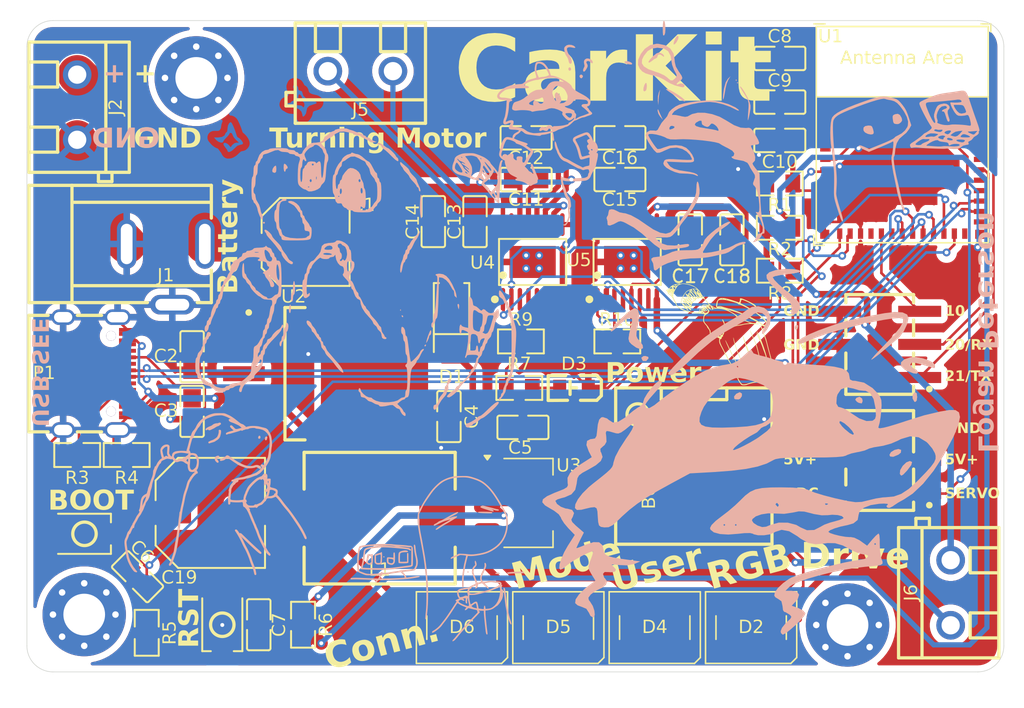
<source format=kicad_pcb>
(kicad_pcb (version 20241229) (generator "pcbnew") (generator_version "9.0")
  (layers (0 "F.Cu" signal) (2 "B.Cu" signal) (13 "F.Paste" user) (15 "B.Paste" user) (5 "F.SilkS" user "F.Silkscreen") (7 "B.SilkS" user "B.Silkscreen") (1 "F.Mask" user) (3 "B.Mask" user) (25 "Edge.Cuts" user))
  (net 0 "")
  (net 1 "GND")
  (net 2 "VCC_5V")
  (net 3 "LED_DATA")
  (net 4 "BUZZER_DATA")
  (net 5 "+BATT")
  (net 6 "Net-(U2-VIN)")
  (net 7 "ESP_3V3")
  (net 8 "GPIO 9")
  (net 9 "CHIP_PU")
  (net 10 "Net-(U4-CPH)")
  (net 11 "Net-(U4-CPL)")
  (net 12 "Net-(U4-VCP)")
  (net 13 "Net-(U5-CPH)")
  (net 14 "Net-(U5-CPL)")
  (net 15 "Net-(U5-VCP)")
  (net 16 "Net-(D1-K)")
  (net 17 "Net-(D3-A)")
  (net 18 "BLDC_PWM")
  (net 19 "SERVO_PWM")
  (net 20 "M1-")
  (net 21 "M1+")
  (net 22 "M2-")
  (net 23 "M2+")
  (net 24 "Net-(P1-VCONN)")
  (net 25 "D-")
  (net 26 "Net-(P1-CC)")
  (net 27 "D+")
  (net 28 "GPIO 8")
  (net 29 "Net-(U4-nSLEEP)")
  (net 30 "Net-(U5-nSLEEP)")
  (net 46 "M1_IN1")
  (net 48 "M1_IN2")
  (net 49 "M2_IN1")
  (net 52 "M2_IN2")
  (net 55 "GPIO 21")
  (net 56 "GPIO 10")
  (net 57 "GPIO 20")
  (net 58 "Net-(D2-DOUT)")
  (net 59 "Net-(D4-DOUT)")
  (net 60 "Net-(D5-DOUT)")
  (footprint "imported_components:C0805" (layer "F.Cu") (at 22.892894 56.892894 180)
    (property "Reference" "C6")
    (property "Value" "0.1uF")
  )
  (footprint "imported_components:IND-SMD_L11.6-W10.1" (layer "F.Cu") (at 41.48 52.4 180)
    (property "Reference" "L1")
    (property "Value" "CYA1040-33UH")
  )
  (footprint "imported_components:TO-263-5_L10.2-W8.9-P1.70-TL" (layer "F.Cu") (at 36.07 41.31)
    (property "Reference" "U2")
    (property "Value" "LM2596SX-5.0/NOPB" (hide yes))
  )
  (footprint "Package_TO_SOT_SMD:SOT-223-3_TabPin2" (layer "F.Cu") (at 52.88 51.23)
    (property "Reference" "U3")
    (property "Value" "AMS1117-3.3")
  )
  (footprint "imported_components:C0805" (layer "F.Cu") (at 46.8 44.6 -90)
    (property "Reference" "C4")
    (property "Value" "10uF")
  )
  (footprint "imported_components:SMA_L4.4-W2.8-LS5.4-R-RD" (layer "F.Cu") (at 47 37 90)
    (property "Reference" "D1")
    (property "Value" "SS54_C22452" (hide yes))
  )
  (footprint "imported_components:C0805" (layer "F.Cu") (at 27.08 40 90)
    (property "Reference" "C2")
    (property "Value" "10uF")
  )
  (footprint "LED_SMD:LED_SK6812_PLCC4_5.0x5.0mm_P3.2mm" (layer "F.Cu") (at 55.2 60.8 180)
    (property "Reference" "D5")
    (property "Value" "SK6812" (hide yes))
  )
  (footprint "imported_components:SW-SMD_L3.9-W3.0-P4.45" (layer "F.Cu") (at 29.4 60.58 90)
    (property "Reference" "SW2" (hide yes))
    (property "Value" "SW_Push" (hide yes))
  )
  (footprint "imported_components:C0805" (layer "F.Cu") (at 32.2 60.58 90)
    (property "Reference" "C7")
    (property "Value" "0.1uF")
  )
  (footprint "imported_components:BUZ-SMD_L12.0-W12.0_FUET-1230" (layer "F.Cu") (at 65.6 48.4 90)
    (property "Reference" "BUZZER1")
    (property "Value" "FST-1230")
  )
  (footprint "MountingHole:MountingHole_3.2mm_M3_Pad_Via" (layer "F.Cu") (at 77.4 60.6)
    (property "Reference" "H3" (hide yes))
    (property "Value" "MountingHole" (hide yes))
  )
  (footprint "imported_components:R0805" (layer "F.Cu") (at 18.26 47.55 180)
    (property "Reference" "R3")
    (property "Value" "5.1k")
  )
  (footprint "imported_components:C0805" (layer "F.Cu") (at 52.725 26.4 180)
    (property "Reference" "C11")
    (property "Value" "0.022uF")
  )
  (footprint "imported_components:C0805" (layer "F.Cu") (at 59.925 26.4 180)
    (property "Reference" "C15")
    (property "Value" "0.022uF")
  )
  (footprint "MountingHole:MountingHole_3.2mm_M3_Pad_Via" (layer "F.Cu") (at 18.8 59.8)
    (property "Reference" "H1" (hide yes))
    (property "Value" "MountingHole" (hide yes))
  )
  (footprint "imported_components:C0805" (layer "F.Cu") (at 72.2 20.455)
    (property "Reference" "C9")
    (property "Value" "0.1uF")
  )
  (footprint "imported_components:SW-SMD_L3.9-W3.0-P4.45" (layer "F.Cu") (at 18.82 53.6 180)
    (property "Reference" "SW1" (hide yes))
    (property "Value" "SW_Push" (hide yes))
  )
  (footprint "imported_components:C0805" (layer "F.Cu") (at 27.08 44.2 90)
    (property "Reference" "C3")
    (property "Value" "10uF")
  )
  (footprint "MountingHole:MountingHole_3.2mm_M3_Pad_Via" (layer "F.Cu") (at 27.4 18.6)
    (property "Reference" "H2" (hide yes))
    (property "Value" "MountingHole" (hide yes))
  )
  (footprint "imported_components:C0805" (layer "F.Cu") (at 59.925 23.2)
    (property "Reference" "C16")
    (property "Value" "0.1uF")
  )
  (footprint "imported_components:C0805" (layer "F.Cu") (at 72.2 17.105)
    (property "Reference" "C8")
    (property "Value" "10uF")
  )
  (footprint "imported_components:CAP-SMD_BD8.0-L8.3-W8.3-LS9.3-FD-1" (layer "F.Cu") (at 28.5 52)
    (property "Reference" "C19")
    (property "Value" "RVT1E331M0810" (hide yes))
  )
  (footprint "imported_components:R0805" (layer "F.Cu") (at 23.6 61.2 90)
    (property "Reference" "R5")
    (property "Value" "10k")
  )
  (footprint "LED_SMD:LED_SK6812_PLCC4_5.0x5.0mm_P3.2mm" (layer "F.Cu") (at 62.6 60.8 180)
    (property "Reference" "D4")
    (property "Value" "SK6812" (hide yes))
  )
  (footprint "imported_components:CONN-TH_P5.00_KF301-5.0-2P" (layer "F.Cu") (at 85.3175 58.1225 90)
    (property "Reference" "J6")
    (property "Value" "Conn_01x02_Pin")
  )
  (footprint "imported_components:HTSSOP-16_L5.0-W4.4-P0.65-LS6.4-BL-EP" (layer "F.Cu") (at 60.48 32.73)
    (property "Reference" "U5")
    (property "Value" "DRV8876PWPR" (hide yes))
  )
  (footprint "imported_components:C0805" (layer "F.Cu") (at 52.725 23.2 180)
    (property "Reference" "C12")
    (property "Value" "0.1uF")
  )
  (footprint "imported_components:C0805" (layer "F.Cu") (at 72.2 23.4 180)
    (property "Reference" "C10")
    (property "Value" "1uF")
  )
  (footprint "imported_components:R0805" (layer "F.Cu") (at 52.325 38.83)
    (property "Reference" "R9")
    (property "Value" "10k")
  )
  (footprint "imported_components:C0805" (layer "F.Cu") (at 52.48 45.43 180)
    (property "Reference" "C5")
    (property "Value" "10uF")
  )
  (footprint "imported_components:R0805" (layer "F.Cu") (at 22.06 47.55 180)
    (property "Reference" "R4")
    (property "Value" "5.1k")
  )
  (footprint "imported_components:C0805" (layer "F.Cu") (at 45.6 29.63 90)
    (property "Reference" "C14")
    (property "Value" "10uF")
  )
  (footprint "LED_SMD:LED_SK6812_PLCC4_5.0x5.0mm_P3.2mm" (layer "F.Cu") (at 70 60.8 180)
    (property "Reference" "D2")
    (property "Value" "SK6812" (hide yes))
  )
  (footprint "imported_components:C0805" (layer "F.Cu") (at 65.325 31.03 -90)
    (property "Reference" "C17")
    (property "Value" "0.1uF")
  )
  (footprint "imported_components:R0805" (layer "F.Cu") (at 35.6 60.58 -90)
    (property "Reference" "R6")
    (property "Value" "10k")
  )
  (footprint "imported_components:CONN-TH_P5.00_KF301-5.0-2P" (layer "F.Cu") (at 18.26 20.85 -90)
    (property "Reference" "J2")
    (property "Value" "Conn_01x02_Pin")
  )
  (footprint "imported_components:R0805" (layer "F.Cu") (at 72.2 30.105)
    (property "Reference" "R2")
    (property "Value" "10k")
  )
  (footprint "imported_components:HDR-SMD_6P-P2.54-V" (layer "F.Cu") (at 79.97 46.6 90)
    (property "Reference" "J3" (hide yes))
    (property "Value" "Conn_02x03_Odd_Even" (hide yes))
  )
  (footprint "imported_components:C0805" (layer "F.Cu") (at 68.525 31.03 -90)
    (property "Reference" "C18")
    (property "Value" "10uF")
  )
  (footprint "imported_components:R0805" (layer "F.Cu") (at 59.725 38.83)
    (property "Reference" "R10")
    (property "Value" "10k")
  )
  (footprint "imported_components:DC-IN-TH_DC-005-A200" (layer "F.Cu") (at 25.06 33.68)
    (property "Reference" "J1")
    (property "Value" "Barrel_Jack")
  )
  (footprint "imported_components:LED0805-RD" (layer "F.Cu") (at 56.4 42.4 180)
    (property "Reference" "D3")
    (property "Value" "LED" (hide yes))
  )
  (footprint "LOGO" (layer "F.Cu") (at 67.8 38.6 180)
    (property "Reference" "G***" (hide yes))
    (property "Value" "LOGO" (hide yes))
  )
  (footprint "imported_components:USB-C_SMD-TYPE-C-31-M-12" (layer "F.Cu") (at 19.6525 41.3 -90)
    (property "Reference" "P1")
    (property "Value" "USB_C_Plug")
  )
  (footprint "imported_components:C0805" (layer "F.Cu") (at 48.8 29.63 90)
    (property "Reference" "C13")
    (property "Value" "0.1uF")
  )
  (footprint "imported_components:R0805" (layer "F.Cu") (at 52.2 42.4)
    (property "Reference" "R7")
    (property "Value" "200")
  )
  (footprint "LED_SMD:LED_SK6812_PLCC4_5.0x5.0mm_P3.2mm" (layer "F.Cu") (at 47.8 60.8 180)
    (property "Reference" "D6")
    (property "Value" "SK6812" (hide yes))
  )
  (footprint "imported_components:HDR-SMD_6P-P2.54-V" (layer "F.Cu") (at 79.97 37.69 90)
    (property "Reference" "J4" (hide yes))
    (property "Value" "Conn_02x03_Odd_Even" (hide yes))
  )
  (footprint "imported_components:R0805" (layer "F.Cu") (at 72.2 33.4)
    (property "Reference" "R8")
    (property "Value" "10k")
  )
  (footprint "PCM_Espressif:ESP32-C3-MINI-1" (layer "F.Cu") (at 81.6 22.955)
    (property "Reference" "U1")
    (property "Value" "ESP32-C3-MINI-1" (hide yes))
  )
  (footprint "imported_components:R0805" (layer "F.Cu") (at 72.2 26.705)
    (property "Reference" "R1")
    (property "Value" "10k")
  )
  (footprint "imported_components:HTSSOP-16_L5.0-W4.4-P0.65-LS6.4-BL-EP" (layer "F.Cu") (at 53.225 32.73)
    (property "Reference" "U4")
    (property "Value" "DRV8876PWPR" (hide yes))
  )
  (footprint "imported_components:CAP-SMD_BD6.3-L6.6-W6.6-LS7.6-FD" (layer "F.Cu") (at 35.8 31.2)
    (property "Reference" "C1")
    (property "Value" "RVT1H470M0607" (hide yes))
  )
  (footprint "imported_components:CONN-TH_P5.00_KF301-5.0-2P" (layer "F.Cu") (at 40 18.0825 180)
    (property "Reference" "J5")
    (property "Value" "Conn_01x02_Pin")
  )
  (footprint "LOGO" (layer "B.Cu") (at 45.9 55 180)
    (property "Reference" "G***" (hide yes))
    (property "Value" "LOGO" (hide yes))
  )
  (footprint "LOGO" (layer "B.Cu") (at 79.158665 26.747306 -160)
    (property "Reference" "G***" (hide yes))
    (property "Value" "LOGO" (hide yes))
  )
  (footprint "LOGO" (layer "B.Cu") (at 52.725 23.2 -90)
    (property "Reference" "G***" (hide yes))
    (property "Value" "LOGO" (hide yes))
  )
  (footprint "LOGO" (layer "B.Cu") (at 39.16 31.94 180)
    (property "Reference" "G***" (hide yes))
    (property "Value" "LOGO" (hide yes))
  )
  (footprint "LOGO" (layer "B.Cu") (at 69.487441 46.947026 180)
    (property "Reference" "G***" (hide yes))
    (property "Value" "LOGO" (hide yes))
  )
  (footprint "LOGO" (layer "B.Cu") (at 65.2 23.8 180)
    (property "Reference" "G***" (hide yes))
    (property "Value" "LOGO" (hide yes))
  )
  (footprint "LOGO" (layer "B.Cu") (at 28.8 50.6 180)
    (property "Reference" "G***" (hide yes))
    (property "Value" "LOGO" (hide yes))
  )
  (gr_arc (start 89.4 62.2) (mid 88.814214 63.614214) (end 87.4 64.2) (stroke (width 0.05)) (layer "Edge.Cuts"))
  (gr_line (start 89.4 16.2) (end 89.4 62.2) (stroke (width 0.05)) (layer "Edge.Cuts"))
  (gr_line (start 14.4 62.2) (end 14.4 16.2) (stroke (width 0.05)) (layer "Edge.Cuts"))
  (gr_arc (start 14.4 16.2) (mid 14.985786 14.785786) (end 16.4 14.2) (stroke (width 0.05)) (layer "Edge.Cuts"))
  (gr_line (start 16.4 14.2) (end 87.4 14.2) (stroke (width 0.05)) (layer "Edge.Cuts"))
  (gr_arc (start 87.4 14.2) (mid 88.814214 14.785786) (end 89.4 16.2) (stroke (width 0.05)) (layer "Edge.Cuts"))
  (gr_arc (start 16.4 64.2) (mid 14.985786 63.614214) (end 14.4 62.2) (stroke (width 0.05)) (layer "Edge.Cuts"))
  (gr_line (start 87.4 64.2) (end 16.4 64.2) (stroke (width 0.05)) (layer "Edge.Cuts"))
  (gr_text "GND" (at 84.87 46 0) (layer "F.SilkS") (effects (font (size 0.8 0.8) (thickness 0.1875) (bold yes)) (justify left bottom)))
  (gr_text "Mode" (at 52 58.2 15) (layer "F.SilkS") (effects (font (size 2 2) (thickness 0.3) (bold yes)) (justify left bottom)))
  (gr_text "5V+" (at 84.87 48.4 0) (layer "F.SilkS") (effects (font (size 0.8 0.8) (thickness 0.1875) (bold yes)) (justify left bottom)))
  (gr_text "Turning Motor" (at 33 24.2 0) (layer "F.SilkS") (effects (font (size 1.5 1.5) (thickness 0.3) (bold yes)) (justify left bottom)))
  (gr_text "20/RX" (at 84.87 39.6 0) (layer "F.SilkS") (effects (font (size 0.8 0.8) (thickness 0.1875) (bold yes)) (justify left bottom)))
  (gr_text "RST" (at 27.8 62.38 90) (layer "F.SilkS") (effects (font (size 1.5 1.5) (thickness 0.3) (bold yes)) (justify left bottom)))
  (gr_text "GND" (at 72.47 42.2 0) (layer "F.SilkS") (effects (font (size 0.8 0.8) (thickness 0.1875) (bold yes)) (justify left bottom)))
  (gr_text "GND" (at 72.47 37 0) (layer "F.SilkS") (effects (font (size 0.8 0.8) (thickness 0.1875) (bold yes)) (justify left bottom)))
  (gr_text "SERVO" (at 84.87 51 0) (layer "F.SilkS") (effects (font (size 0.8 0.8) (thickness 0.1875) (bold yes)) (justify left bottom)))
  (gr_text "21/TX" (at 84.87 42 0) (layer "F.SilkS") (effects (font (size 0.8 0.8) (thickness 0.1875) (bold yes)) (justify left bottom)))
  (gr_text "User" (at 59.6 58.4 15) (layer "F.SilkS") (effects (font (size 2 2) (thickness 0.3) (bold yes)) (justify left bottom)))
  (gr_text "GND" (at 72.47 39.6 0) (layer "F.SilkS") (effects (font (size 0.8 0.8) (thickness 0.1875) (bold yes)) (justify left bottom)))
  (gr_text "Battery" (at 30.8 35.2 90) (layer "F.SilkS") (effects (font (size 1.5 1.5) (thickness 0.3) (bold yes)) (justify left bottom)))
  (gr_text "CarKit" (at 47.2 21.2 0) (layer "F.SilkS") (effects (font (size 5 5) (thickness 0.3) (bold yes)) (justify left bottom)))
  (gr_text "Conn." (at 37.6 64.4 15) (layer "F.SilkS") (effects (font (size 2 2) (thickness 0.3) (bold yes)) (justify left bottom)))
  (gr_text "BOOT" (at 16.02 52 0) (layer "F.SilkS") (effects (font (size 1.5 1.5) (thickness 0.3) (bold yes)) (justify left bottom)))
  (gr_text "GND" (at 72.47 46 0) (layer "F.SilkS") (effects (font (size 0.8 0.8) (thickness 0.1875) (bold yes)) (justify left bottom)))
  (gr_text "+" (at 22.6 19.2 0) (layer "F.SilkS") (effects (font (size 1.5 1.5) (thickness 0.3) (bold yes)) (justify left bottom)))
  (gr_text "GND" (at 22.6 24.2 0) (layer "F.SilkS") (effects (font (size 1.5 1.5) (thickness 0.3) (bold yes)) (justify left bottom)))
  (gr_text "RGB" (at 67 58.2 15) (layer "F.SilkS") (effects (font (size 2 2) (thickness 0.3) (bold yes)) (justify left bottom)))
  (gr_text "Power" (at 58.8 42.2 0) (layer "F.SilkS") (effects (font (size 1.5 1.5) (thickness 0.3) (bold yes)) (justify left bottom)))
  (gr_text "Drive" (at 73.8 56.6 0) (layer "F.SilkS") (effects (font (size 2 2) (thickness 0.3) (bold yes)) (justify left bottom)))
  (gr_text "5V+" (at 72.47 48.4 0) (layer "F.SilkS") (effects (font (size 0.8 0.8) (thickness 0.1875) (bold yes)) (justify left bottom)))
  (gr_text "10" (at 84.87 37 0) (layer "F.SilkS") (effects (font (size 0.8 0.8) (thickness 0.1875) (bold yes)) (justify left bottom)))
  (gr_text "BLDC" (at 71.87 51 0) (layer "F.SilkS") (effects (font (size 0.8 0.8) (thickness 0.1875) (bold yes)) (justify left bottom)))
  (gr_text "Logan Peterson" (at 87.2 47.4 270) (layer "B.SilkS") (effects (font (size 1.5 1.5) (thickness 0.3) (bold yes)) (justify left bottom mirror)))
  (gr_text "+" (at 22 19.2 -0) (layer "B.SilkS") (effects (font (size 1.5 1.5) (thickness 0.3) (bold yes)) (justify left bottom mirror)))
  (gr_text "USB-SEE" (at 14.6 45.4 270) (layer "B.SilkS") (effects (font (size 1.25 1.25) (thickness 0.3) (bold yes)) (justify left bottom mirror)))
  (gr_text "GND" (at 24.6 24.2 -0) (layer "B.SilkS") (effects (font (size 1.5 1.5) (thickness 0.3) (bold yes)) (justify left bottom mirror)))
  (segment (start 79.625 23.68) (end 83.575 23.68) (width 0.2) (layer "F.Cu") (net 1))
  (segment (start 16 48) (end 16.8 48.8) (width 0.2) (layer "F.Cu") (net 1))
  (segment (start 21.06 47.55) (end 21.06 45.9325) (width 0.2) (layer "F.Cu") (net 1))
  (segment (start 70.6 24) (end 71.2 23.4) (width 0.5) (layer "F.Cu") (net 1))
  (segment (start 21.3625 36.97) (end 21.3625 37.19) (width 0.2) (layer "F.Cu") (net 1))
  (segment (start 49.73 47.18) (end 51.48 45.43) (width 0.2) (layer "F.Cu") (net 1))
  (segment (start 36 39.8) (end 39.25 39.8) (width 0.5) (layer "F.Cu") (net 1))
  (segment (start 79.625 27.63) (end 83.575 27.63) (width 0.2) (layer "F.Cu") (net 1))
  (segment (start 62.76 29.86) (end 68.355 29.86) (width 0.4) (layer "F.Cu") (net 1))
  (segment (start 21.3625 45.63) (end 21.3625 45.41) (width 0.2) (layer "F.Cu") (net 1))
  (segment (start 22.06 31.35) (end 22.06 32.51) (width 0.2) (layer "F.Cu") (net 1))
  (segment (start 30.75 41) (end 31.06 41.31) (width 0.2) (layer "F.Cu") (net 1))
  (segment (start 59.006 42.4) (end 61.8 39.606) (width 0.2) (layer "F.Cu") (net 1))
  (segment (start 78.1 29.655) (end 75.7 29.655) (width 0.2) (layer "F.Cu") (net 1))
  (segment (start 75.65 22.405) (end 75.7 22.455) (width 0.2) (layer "F.Cu") (net 1))
  (segment (start 76.8 25.4) (end 78.201 23.999) (width 0.2) (layer "F.Cu") (net 1))
  (segment (start 78.4 30.555) (end 78.4 29.955) (width 0.2) (layer "F.Cu") (net 1))
  (segment (start 55.505 29.86) (end 58.85 29.86) (width 0.4) (layer "F.Cu") (net 1))
  (segment (start 21.3625 37.19) (end 22.1225 37.95) (width 0.2) (layer "F.Cu") (net 1))
  (segment (start 39.25 39.8) (end 41.08 41.63) (width 0.5) (layer "F.Cu") (net 1))
  (segment (start 22.1225 44.35) (end 22.85 44.35) (width 0.2) (layer "F.Cu") (net 1))
  (segment (start 16 46.8125) (end 16 48) (width 0.2) (layer "F.Cu") (net 1))
  (segment (start 16.8 48.8) (end 18.01 48.8) (width 0.2) (layer "F.Cu") (net 1))
  (segment (start 75.65 30.605) (end 75.65 29.705) (width 0.2) (layer "F.Cu") (net 1))
  (segment (start 18.26 23.35) (end 18.26 27.55) (width 3) (layer "F.Cu") (net 1))
  (segment (start 50.175 30.63) (end 45.6 30.63) (width 0.4) (layer "F.Cu") (net 1))
  (segment (start 49.73 48.93) (end 49.73 47.18) (width 0.2) (layer "F.Cu") (net 1))
  (segment (start 17.1825 45.63) (end 16 46.8125) (width 0.2) (layer "F.Cu") (net 1))
  (segment (start 75.65 20.705) (end 87.55 20.705) (width 0.2) (layer "F.Cu") (net 1))
  (segment (start 61.46 36.66) (end 61.46 35.6) (width 0.2) (layer "F.Cu") (net 1))
  (segment (start 18.01 48.8) (end 19.26 47.55) (width 0.2) (layer "F.Cu") (net 1))
  (segment (start 22.85 44.35) (end 24 43.2) (width 0.2) (layer "F.Cu") (net 1))
  (segment (start 46.2 47) (end 46.2 46.2) (width 0.2) (layer "F.Cu") (net 1))
  (segment (start 75.65 20.705) (end 75.65 22.405) (width 0.2) (layer "F.Cu") (net 1))
  (segment (start 83.575 25.655) (end 79.625 25.655) (width 0.2) (layer "F.Cu") (net 1))
  (segment (start 87.4 31.6) (end 87.4 30.755) (width 0.2) (layer "F.Cu") (net 1))
  (segment (start 21.3625 45.41) (end 22.1225 44.65) (width 0.2) (layer "F.Cu") (net 1))
  (segment (start 79.625 23.68) (end 79.625 27.63) (width 0.2) (layer "F.Cu") (net 1))
  (segment (start 57.5 42.4) (end 54.205 39.105) (width 0.2) (layer "F.Cu") (net 1))
  (segment (start 75.65 29.705) (end 75.7 29.655) (width 0.2) (layer "F.Cu") (net 1))
  (segment (start 70.6 24.505) (end 70.6 24) (width 0.5) (layer "F.Cu") (net 1))
  (segment (start 83.575 23.68) (end 83.575 27.63) (width 0.2) (layer "F.Cu") (net 1))
  (segment (start 46.2 46.2) (end 46.8 45.6) (width 0.2) (layer "F.Cu") (net 1))
  (segment (start 81.6 23.68) (end 81.6 27.63) (width 0.2) (layer "F.Cu") (net 1))
  (segment (start 51.595 29.86) (end 50.945 29.86) (width 0.4) (layer "F.Cu") (net 1))
  (segment (start 78.201 23.999) (end 78.249528 23.999) (width 0.2) (layer "F.Cu") (net 1))
  (segment (start 21.06 47.55) (end 19.26 47.55) (width 0.2) (layer "F.Cu") (net 1))
  (segment (start 21.06 45.9325) (end 21.3625 45.63) (width 0.2) (layer "F.Cu") (net 1))
  (segment (start 18.26 27.55) (end 22.06 31.35) (width 3) (layer "F.Cu") (net 1))
  (segment (start 54.205 39.105) (end 54.205 35.6) (width 0.2) (layer "F.Cu") (net 1))
  (segment (start 57.5 42.4) (end 59.006 42.4) (width 0.2) (layer "F.Cu") (net 1))
  (segment (start 61.8 37) (end 61.46 36.66) (width 0.2) (layer "F.Cu") (net 1))
  (segment (start 87.4 30.755) (end 87.55 30.605) (width 0.2) (layer "F.Cu") (net 1))
  (segment (start 68.355 29.86) (end 68.525 30.03) (width 0.4) (layer "F.Cu") (net 1))
  (segment (start 40.76 41.31) (end 41.08 41.63) (width 0.2) (layer "F.Cu") (net 1))
  (segment (start 24 43.2) (end 27.08 43.2) (width 0.2) (layer "F.Cu") (net 1))
  (segment (start 21.3625 32.0475) (end 22.06 31.35) (width 0.2) (layer "F.Cu") (net 1))
  (segment (start 17.1825 36.97) (end 21.3625 36.97) (width 0.2) (layer "F.Cu") (net 1))
  (segment (start 50.945 29.86) (end 50.175 30.63) (width 0.4) (layer "F.Cu") (net 1))
  (segment (start 78.4 29.955) (end 78.1 29.655) (width 0.2) (layer "F.Cu") (net 1))
  (segment (start 61.8 39.606) (end 61.8 37) (width 0.2) (layer "F.Cu") (net 1))
  (via (at 70.6 24.505) (size 0.6) (drill 0.3) (layers "F.Cu" "B.Cu") (net 1))
  (via (at 29.4 60.6) (size 0.6) (drill 0.3) (layers "F.Cu" "B.Cu") (net 1))
  (via (at 69 25.6) (size 0.6) (drill 0.3) (layers "F.Cu" "B.Cu") (net 1))
  (via (at 87.4 31.6) (size 0.6) (drill 0.3) (layers "F.Cu" "B.Cu") (net 1))
  (via (at 36 39.8) (size 0.6) (drill 0.3) (layers "F.Cu" "B.Cu") (net 1))
  (via (at 76.8 25.4) (size 0.6) (drill 0.3) (layers "F.Cu" "B.Cu") (net 1))
  (via (at 78.249528 23.999) (size 0.6) (drill 0.3) (layers "F.Cu" "B.Cu") (net 1))
  (via (at 46.2 47) (size 0.6) (drill 0.3) (layers "F.Cu" "B.Cu") (net 1))
  (via (at 71 44.8) (size 0.6) (drill 0.3) (layers "F.Cu" "B.Cu") (net 1))
  (segment (start 85.449943 25.4) (end 76.8 25.4) (width 0.2) (layer "B.Cu") (net 1))
  (segment (start 87.4 27.350057) (end 85.449943 25.4) (width 0.2) (layer "B.Cu") (net 1))
  (segment (start 87.4 31.6) (end 87.4 27.350057) (width 0.2) (layer "B.Cu") (net 1))
  (segment (start 26.940232 48.101) (end 26.899 48.101) (width 0.5) (layer "F.Cu") (net 2))
  (segment (start 47.6 43.6) (end 46.8 43.6) (width 0.5) (layer "F.Cu") (net 2))
  (segment (start 73.651 58.778232) (end 78.901 53.528232) (width 0.5) (layer "F.Cu") (net 2))
  (segment (start 28.99 43.01) (end 28.8 43.2) (width 0.5) (layer "F.Cu") (net 2))
  (segment (start 66.35 58) (end 67.55 59.2) (width 0.5) (layer "F.Cu") (net 2))
  (segment (start 36.68 46.53) (end 36.68 52.4) (width 0.5) (layer "F.Cu") (net 2))
  (segment (start 78.63 47.97) (end 76.8 47.97) (width 0.5) (layer "F.Cu") (net 2))
  (segment (start 29.009 45.991) (end 28.607 46.393) (width 0.5) (layer "F.Cu") (net 2))
  (segment (start 61.35 58) (end 66.35 58) (width 0.5) (layer "F.Cu") (net 2))
  (segment (start 23.22539 39.188122) (end 22.787268 38.75) (width 0.2) (layer "F.Cu") (net 2))
  (segment (start 23.706485 42.868015) (end 23.706485 42.676694) (width 0.2) (layer "F.Cu") (net 2))
  (segment (start 28.607 46.393) (end 28.607 46.434232) (width 0.5) (layer "F.Cu") (net 2))
  (segment (start 22.1225 43.55) (end 23.0245 43.55) (width 0.2) (layer "F.Cu") (net 2))
  (segment (start 47.926 43.926) (end 47.6 43.6) (width 0.5) (layer "F.Cu") (net 2))
  (segment (start 78.901 48.241) (end 78.63 47.97) (width 0.5) (layer "F.Cu") (net 2))
  (segment (start 44.733 49.949) (end 47.926 46.756) (width 0.5) (layer "F.Cu") (net 2))
  (segment (start 22.787268 38.75) (end 22.1225 38.75) (width 0.2) (layer "F.Cu") (net 2))
  (segment (start 68.501 60.151) (end 73.651 60.151) (width 0.5) (layer "F.Cu") (net 2))
  (segment (start 29.009 43.684) (end 29.009 45.991) (width 0.5) (layer "F.Cu") (net 2))
  (segment (start 36.68 52.4) (end 39.131 49.949) (width 0.5) (layer "F.Cu") (net 2))
  (segment (start 26.68 44.8) (end 27.08 45.2) (width 0.5) (layer "F.Cu") (net 2))
  (segment (start 26.899 48.101) (end 25 50) (width 0.5) (layer "F.Cu") (net 2))
  (segment (start 58.95 58) (end 60.15 59.2) (width 0.5) (layer "F.Cu") (net 2))
  (segment (start 49.73 53.53) (end 49.73 56.18) (width 0.5) (layer "F.Cu") (net 2))
  (segment (start 31.06 43.01) (end 28.99 43.01) (width 0.5) (layer "F.Cu") (net 2))
  (segment (start 36.68 52.4) (end 43.48 59.2) (width 0.5) (layer "F.Cu") (net 2))
  (segment (start 47.926 46.756) (end 47.926 43.926) (width 0.5) (layer "F.Cu") (net 2))
  (segment (start 67.55 59.2) (end 68.501 60.151) (width 0.5) (layer "F.Cu") (net 2))
  (segment (start 60.15 59.2) (end 61.35 58) (width 0.5) (layer "F.Cu") (net 2))
  (segment (start 43.48 59.2) (end 45.35 59.2) (width 0.5) (layer "F.Cu") (net 2))
  (segment (start 49.4 53.2) (end 49.2 53.2) (width 0.2) (layer "F.Cu") (net 2))
  (segment (start 45.35 59.2) (end 46.301 58.249) (width 0.5) (layer "F.Cu") (net 2))
  (segment (start 39.131 49.949) (end 44.733 49.949) (width 0.5) (layer "F.Cu") (net 2))
  (segment (start 53.95 58) (end 58.95 58) (width 0.5) (layer "F.Cu") (net 2))
  (segment (start 25 50) (end 25 52) (width 0.5) (layer "F.Cu") (net 2))
  (segment (start 49.73 56.18) (end 52.75 59.2) (width 0.5) (layer "F.Cu") (net 2))
  (segment (start 25.4 44.8) (end 26.68 44.8) (width 0.5) (layer "F.Cu") (net 2))
  (segment (start 52.75 59.2) (end 53.95 58) (width 0.5) (layer "F.Cu") (net 2))
  (segment (start 51.799 58.249) (end 52.75 59.2) (width 0.5) (layer "F.Cu") (net 2))
  (segment (start 46.301 58.249) (end 51.799 58.249) (width 0.5) (layer "F.Cu") (net 2))
  (segment (start 31.06 43.01) (end 33.16 43.01) (width 0.5) (layer "F.Cu") (net 2))
  (segment (start 29.683 43.01) (end 29.009 43.684) (width 0.5) (layer "F.Cu") (net 2))
  (segment (start 33.16 43.01) (end 36.68 46.53) (width 0.5) (layer "F.Cu") (net 2))
  (segment (start 73.651 60.151) (end 73.651 58.778232) (width 0.5) (layer "F.Cu") (net 2))
  (segment (start 23.0245 43.55) (end 23.706485 42.868015) (width 0.2) (layer "F.Cu") (net 2))
  (segment (start 76.8 47.97) (end 82.94 47.97) (width 0.5) (layer "F.Cu") (net 2))
  (segment (start 31.06 43.01) (end 29.683 43.01) (width 0.5) (layer "F.Cu") (net 2))
  (segment (start 28.607 46.434232) (end 26.940232 48.101) (width 0.5) (layer "F.Cu") (net 2))
  (segment (start 78.901 53.528232) (end 78.901 48.241) (width 0.5) (layer "F.Cu") (net 2))
  (via (at 28.8 43.2) (size 0.6) (drill 0.3) (layers "F.Cu" "B.Cu") (net 2))
  (via (at 23.22539 39.188122) (size 0.6) (drill 0.3) (layers "F.Cu" "B.Cu") (net 2))
  (via (at 23.706485 42.676694) (size 0.6) (drill 0.3) (layers "F.Cu" "B.Cu") (net 2))
  (via (at 25.4 44.8) (size 0.6) (drill 0.3) (layers "F.Cu" "B.Cu") (net 2))
  (segment (start 22.999 41.973943) (end 22.999 39.414512) (width 0.2) (layer "B.Cu") (net 2))
  (segment (start 24.229791 43.2) (end 23.706485 42.676694) (width 0.5) (layer "B.Cu") (net 2))
  (segment (start 28.8 43.2) (end 25.6 43.2) (width 0.5) (layer "B.Cu") (net 2))
  (segment (start 25.6 43.2) (end 25.6 44.6) (width 0.5) (layer "B.Cu") (net 2))
  (segment (start 23.701751 42.676694) (end 22.999 41.973943) (width 0.2) (layer "B.Cu") (net 2))
  (segment (start 25.6 43.2) (end 24.229791 43.2) (width 0.5) (layer "B.Cu") (net 2))
  (segment (start 25.6 44.6) (end 25.4 44.8) (width 0.5) (layer "B.Cu") (net 2))
  (segment (start 23.706485 42.676694) (end 23.701751 42.676694) (width 0.2) (layer "B.Cu") (net 2))
  (segment (start 22.999 39.414512) (end 23.22539 39.188122) (width 0.2) (layer "B.Cu") (net 2))
  (segment (start 74.001 57.649) (end 74.001 55.551057) (width 0.2) (layer "F.Cu") (net 3))
  (segment (start 72.45 59.2) (end 74.001 57.649) (width 0.2) (layer "F.Cu") (net 3))
  (segment (start 74.001 55.551057) (end 73.2 54.750057) (width 0.2) (layer "F.Cu") (net 3))
  (segment (start 73.201 40.723942) (end 73.201 40.226056) (width 0.2) (layer "F.Cu") (net 3))
  (segment (start 73.2 40.724942) (end 73.201 40.723942) (width 0.2) (layer "F.Cu") (net 3))
  (segment (start 76.8 31.6) (end 76.8 30.555) (width 0.2) (layer "F.Cu") (net 3))
  (segment (start 73.201 40.226056) (end 73.2 40.225056) (width 0.2) (layer "F.Cu") (net 3))
  (segment (start 73.2 54.750057) (end 73.2 40.724942) (width 0.2) (layer "F.Cu") (net 3))
  (segment (start 73.2 35.2) (end 76.8 31.6) (width 0.2) (layer "F.Cu") (net 3))
  (segment (start 73.2 40.225056) (end 73.2 35.2) (width 0.2) (layer "F.Cu") (net 3))
  (segment (start 77.4 30.755) (end 77.6 30.555) (width 0.2) (layer "F.Cu") (net 4))
  (segment (start 76.988925 32.259604) (end 77.4 31.848529) (width 0.2) (layer "F.Cu") (net 4))
  (segment (start 72.2 36.4) (end 72.2 32.6) (width 0.2) (layer "F.Cu") (net 4))
  (segment (start 72.2 32.6) (end 73.704 31.096) (width 0.2) (layer "F.Cu") (net 4))
  (segment (start 74.498008 31.096) (end 74.6 30.99401) (width 0.2) (layer "F.Cu") (net 4))
  (segment (start 73.704 31.096) (end 74.498008 31.096) (width 0.2) (layer "F.Cu") (net 4))
  (segment (start 77.4 31.848529) (end 77.4 30.755) (width 0.2) (layer "F.Cu") (net 4))
  (segment (start 60.2 48.4) (end 72.2 36.4) (width 0.2) (layer "F.Cu") (net 4))
  (via (at 74.6 30.99401) (size 0.6) (drill 0.3) (layers "F.Cu" "B.Cu") (net 4))
  (via (at 76.988925 32.259604) (size 0.6) (drill 0.3) (layers "F.Cu" "B.Cu") (net 4))
  (segment (start 76.751134 32.259604) (end 76.745765 32.254235) (width 0.2) (layer "B.Cu") (net 4))
  (segment (start 76.988925 32.259604) (end 76.751134 32.259604) (width 0.2) (layer "B.Cu") (net 4))
  (segment (start 74.452235 31.141775) (end 74.6 30.99401) (width 0.2) (layer "B.Cu") (net 4))
  (segment (start 76.745765 32.254235) (end 74.804292 32.254235) (width 0.2) (layer "B.Cu") (net 4))
  (segment (start 74.452235 31.902178) (end 74.452235 31.141775) (width 0.2) (layer "B.Cu") (net 4))
  (segment (start 74.804292 32.254235) (end 74.452235 31.902178) (width 0.2) (layer "B.Cu") (net 4))
  (segment (start 55.801 25.276) (end 53.725 23.2) (width 0.4) (layer "F.Cu") (net 5))
  (segment (start 33.13 31.2) (end 28.21 31.2) (width 3) (layer "F.Cu") (net 5))
  (segment (start 62.031 22.124) (end 60.001 22.124) (width 0.4) (layer "F.Cu") (net 5))
  (segment (start 49.2 27.824) (end 48.8 28.224) (width 0.4) (layer "F.Cu") (net 5))
  (segment (start 61.46 29.86) (end 61.46 28.784942) (width 0.4) (layer "F.Cu") (net 5))
  (segment (start 68.194574 27.517574) (end 69.601 28.924) (width 0.4) (layer "F.Cu") (net 5))
  (segment (start 62.632 22.725) (end 62.031 22.124) (width 0.4) (layer "F.Cu") (net 5))
  (segment (start 54.205 28.744942) (end 55.801 27.148942) (width 0.4) (layer "F.Cu") (net 5))
  (segment (start 55.801 27.148942) (end 55.801 26.8) (width 0.4) (layer "F.Cu") (net 5))
  (segment (start 33.13 31.2) (end 36.106 28.224) (width 3) (layer "F.Cu") (net 5))
  (segment (start 61.46 28.783528) (end 62.725954 27.517574) (width 0.4) (layer "F.Cu") (net 5))
  (segment (start 54.205 29.86) (end 54.205 28.744942) (width 0.4) (layer "F.Cu") (net 5))
  (segment (start 28.06 28.15) (end 28.06 31.35) (width 3) (layer "F.Cu") (net 5))
  (segment (start 69.601 28.924) (end 69.601 30.954) (width 0.4) (layer "F.Cu") (net 5))
  (segment (start 28.21 31.2) (end 28.06 31.35) (width 3) (layer "F.Cu") (net 5))
  (segment (start 62.632 27.612942) (end 62.632 22.725) (width 0.4) (layer "F.Cu") (net 5))
  (segment (start 55.801 26.8) (end 55.801 26.799) (width 0.4) (layer "F.Cu") (net 5))
  (segment (start 58.925 23.2) (end 53.725 23.2) (width 0.4) (layer "F.Cu") (net 5))
  (segment (start 36.106 28.224) (end 48.8 28.224) (width 3) (layer "F.Cu") (net 5))
  (segment (start 18.26 18.35) (end 28.06 28.15) (width 3) (layer "F.Cu") (net 5))
  (segment (start 68.525 32.03) (end 65.325 32.03) (width 0.4) (layer "F.Cu") (net 5))
  (segment (start 55.801 26.8) (end 55.801 25.276) (width 0.4) (layer "F.Cu") (net 5))
  (segment (start 55.801 26.799) (end 56.2 26.4) (width 0.4) (layer "F.Cu") (net 5))
  (segment (start 60.001 22.124) (end 58.925 23.2) (width 0.4) (layer "F.Cu") (net 5))
  (segment (start 49.2 26.6) (end 49.2 27.824) (width 0.4) (layer "F.Cu") (net 5))
  (segment (start 61.46 29.86) (end 61.46 28.783528) (width 0.4) (layer "F.Cu") (net 5))
  (segment (start 61.46 28.784942) (end 62.632 27.612942) (width 0.4) (layer "F.Cu") (net 5))
  (segment (start 69.601 30.954) (end 68.525 32.03) (width 0.4) (layer "F.Cu") (net 5))
  (segment (start 62.725954 27.517574) (end 68.194574 27.517574) (width 0.4) (layer "F.Cu") (net 5))
  (via (at 49.2 26.6) (size 0.6) (drill 0.3) (layers "F.Cu" "B.Cu") (net 5))
  (via (at 56.2 26.4) (size 0.6) (drill 0.3) (layers "F.Cu" "B.Cu") (net 5))
  (segment (start 56.2 26.4) (end 56 26.6) (width 0.4) (layer "B.Cu") (net 5))
  (segment (start 56 26.6) (end 49.2 26.6) (width 0.4) (layer "B.Cu") (net 5))
  (segment (start 28.17 37.91) (end 31.06 37.91) (width 0.2) (layer "F.Cu") (net 6))
  (segment (start 27.08 39) (end 28.17 37.91) (width 0.2) (layer "F.Cu") (net 6))
  (segment (start 36.78 58.4) (end 35.6 59.58) (width 0.5) (layer "F.Cu") (net 7))
  (segment (start 73.2 20.737) (end 72.032 21.905) (width 0.5) (layer "F.Cu") (net 7))
  (segment (start 68.8 33.6) (end 69 33.4) (width 0.2) (layer "F.Cu") (net 7))
  (segment (start 53.48 45.43) (end 56.5431 45.43) (width 0.2) (layer "F.Cu") (net 7))
  (segment (start 71.2 30.105) (end 71.2 33.4) (width 0.5) (layer "F.Cu") (net 7))
  (segment (start 71.2 27.505) (end 71.2 30.105) (width 0.5) (layer "F.Cu") (net 7))
  (segment (start 60.81 34.525) (end 60.81 35.6) (width 0.2) (layer "F.Cu") (net 7))
  (segment (start 49.73 51.23) (end 56.03 51.23) (width 0.5) (layer "F.Cu") (net 7))
  (segment (start 56.03 51.23) (end 56.03 51.03) (width 0.5) (layer "F.Cu") (net 7))
  (segment (start 74.405 22.86) (end 74.8 23.255) (width 0.5) (layer "F.Cu") (net 7))
  (segment (start 74.405 21.66) (end 74.405 22.86) (width 0.5) (layer "F.Cu") (net 7))
  (segment (start 69 33.4) (end 71.2 33.4) (width 0.2) (layer "F.Cu") (net 7))
  (segment (start 49.73 51.23) (end 50.03 51.23) (width 0.5) (layer "F.Cu") (net 7))
  (segment (start 53.48 44.68) (end 51.2 42.4) (width 0.2) (layer "F.Cu") (net 7))
  (segment (start 60.911 34.424) (end 60.81 34.525) (width 0.2) (layer "F.Cu") (net 7))
  (segment (start 53.555 35.6) (end 53.555 38.6) (width 0.2) (layer "F.Cu") (net 7))
  (segment (start 74.8 23.255) (end 75.7 23.255) (width 0.5) (layer "F.Cu") (net 7))
  (segment (start 33.504 57.484) (end 35.6 59.58) (width 0.2) (layer "F.Cu") (net 7))
  (segment (start 68.3731 33.6) (end 68.8 33.6) (width 0.2) (layer "F.Cu") (net 7))
  (segment (start 62.576 34.424) (end 60.911 34.424) (width 0.2) (layer "F.Cu") (net 7))
  (segment (start 23.6 62.2) (end 28.316 57.484) (width 0.2) (layer "F.Cu") (net 7))
  (segment (start 53.48 48.48) (end 53.48 45.43) (width 0.5) (layer "F.Cu") (net 7))
  (segment (start 69.8 25.305) (end 71.2 26.705) (width 0.5) (layer "F.Cu") (net 7))
  (segment (start 73.2 20.455) (end 73.2 17.105) (width 0.5) (layer "F.Cu") (net 7))
  (segment (start 73.2 20.455) (end 73.2 20.737) (width 0.5) (layer "F.Cu") (net 7))
  (segment (start 60.81 35.6) (end 60.81 38.745) (width 0.2) (layer "F.Cu") (net 7))
  (segment (start 56.03 51.03) (end 53.48 48.48) (width 0.5) (layer "F.Cu") (net 7))
  (segment (start 63.4 33.6) (end 62.576 34.424) (width 0.2) (layer "F.Cu") (net 7))
  (segment (start 51.2 42.4) (end 51.2 40.955) (width 0.2) (layer "F.Cu") (net 7))
  (segment (start 53.48 45.43) (end 53.48 44.68) (width 0.2) (layer "F.Cu") (net 7))
  (segment (start 50.03 51.23) (end 51 52.2) (width 0.5) (layer "F.Cu") (net 7))
  (segment (start 72.032 21.905) (end 70.6 21.905) (width 0.5) (layer "F.Cu") (net 7))
  (segment (start 53.555 38.6) (end 53.325 38.83) (width 0.2) (layer "F.Cu") (net 7))
  (segment (start 56.5431 45.43) (end 68.3731 33.6) (width 0.2) (layer "F.Cu") (net 7))
  (segment (start 51.2 40.955) (end 53.325 38.83) (width 0.2) (layer "F.Cu") (net 7))
  (segment (start 70.6 21.905) (end 69.8 22.705) (width 0.5) (layer "F.Cu") (net 7))
  (segment (start 73.2 20.455) (end 74.405 21.66) (width 0.5) (layer "F.Cu") (net 7))
  (segment (start 69.8 22.705) (end 69.8 25.305) (width 0.5) (layer "F.Cu") (net 7))
  (segment (start 60.81 38.745) (end 60.725 38.83) (width 0.2) (layer "F.Cu") (net 7))
  (segment (start 28.316 57.484) (end 33.504 57.484) (width 0.2) (layer "F.Cu") (net 7))
  (segment (start 71.2 26.705) (end 71.2 27.505) (width 0.5) (layer "F.Cu") (net 7))
  (segment (start 68.3731 33.6) (end 63.4 33.6) (width 0.2) (layer "F.Cu") (net 7))
  (via (at 36.78 58.4) (size 0.6) (drill 0.3) (layers "F.Cu" "B.Cu") (net 7))
  (via (at 51 52.2) (size 0.6) (drill 0.3) (layers "F.Cu" "B.Cu") (net 7))
  (segment (start 36.78 58.4) (end 36.8 58.4) (width 0.5) (layer "B.Cu") (net 7))
  (segment (start 36.8 58.4) (end 43 52.2) (width 0.5) (layer "B.Cu") (net 7))
  (segment (start 43 52.2) (end 51 52.2) (width 0.5) (layer "B.Cu") (net 7))
  (segment (start 23.6 57.6) (end 23.6 56.2) (width 0.2) (layer "F.Cu") (net 8))
  (segment (start 23.6 57.6) (end 23.6 60.2) (width 0.2) (layer "F.Cu") (net 8))
  (segment (start 23.6 56.2) (end 23.8 56) (width 0.2) (layer "F.Cu") (net 8))
  (segment (start 85.6 31.4) (end 85.6 30.555) (width 0.2) (layer "F.Cu") (net 8))
  (segment (start 23.6 56.2) (end 21 53.6) (width 0.2) (layer "F.Cu") (net 8))
  (segment (start 85 32) (end 85.6 31.4) (width 0.2) (layer "F.Cu") (net 8))
  (via (at 23.8 56) (size 0.6) (drill 0.3) (layers "F.Cu" "B.Cu") (net 8))
  (via (at 85 32) (size 0.6) (drill 0.3) (layers "F.Cu" "B.Cu") (net 8))
  (segment (start 37.873999 41.926001) (end 73.514298 41.926001) (width 0.2) (layer "B.Cu") (net 8))
  (segment (start 23.8 56) (end 37.873999 41.926001) (width 0.2) (layer "B.Cu") (net 8))
  (segment (start 73.514298 41.926001) (end 83.440299 32) (width 0.2) (layer "B.Cu") (net 8))
  (segment (start 83.440299 32) (end 85 32) (width 0.2) (layer "B.Cu") (net 8))
  (segment (start 75.7 27.255) (end 73.75 27.255) (width 0.2) (layer "F.Cu") (net 9))
  (segment (start 73.2 29.8) (end 72.2 28.8) (width 0.4) (layer "F.Cu") (net 9))
  (segment (start 35.6 61.58) (end 36.58 61.58) (width 1) (layer "F.Cu") (net 9))
  (segment (start 36.58 61.58) (end 37 62) (width 1) (layer "F.Cu") (net 9))
  (segment (start 73.75 27.255) (end 73.2 26.705) (width 0.2) (layer "F.Cu") (net 9))
  (segment (start 30.58 61.58) (end 29.4 62.76) (width 1) (layer "F.Cu") (net 9))
  (segment (start 35.6 61.58) (end 30.58 61.58) (width 1) (layer "F.Cu") (net 9))
  (segment (start 73.2 30.105) (end 73.2 23.4) (width 0.4) (layer "F.Cu") (net 9))
  (segment (start 73.2 30.105) (end 73.2 29.8) (width 0.4) (layer "F.Cu") (net 9))
  (via (at 72.2 28.8) (size 0.6) (drill 0.3) (layers "F.Cu" "B.Cu") (net 9))
  (via (at 37 62) (size 0.6) (drill 0.3) (layers "F.Cu" "B.Cu") (net 9))
  (segment (start 42.001 56.999) (end 37 62) (width 0.4) (layer "B.Cu") (net 9))
  (segment (start 78.6 56.999) (end 42.001 56.999) (width 0.4) (layer "B.Cu") (net 9))
  (segment (start 88.101 26.501) (end 88.101 60.798) (width 0.4) (layer "B.Cu") (net 9))
  (segment (start 78.6 56.999) (end 78.891584 56.999) (width 0.4) (layer "B.Cu") (net 9))
  (segment (start 78.891584 56.999) (end 84.016084 62.1235) (width 0.4) (layer "B.Cu") (net 9))
  (segment (start 78.9 56.999) (end 78.6 56.999) (width 0.4) (layer "B.Cu") (net 9))
  (segment (start 84.016084 62.1235) (end 86.7755 62.1235) (width 0.4) (layer "B.Cu") (net 9))
  (segment (start 72.2 27.208636) (end 74.709636 24.699) (width 0.4) (layer "B.Cu") (net 9))
  (segment (start 86.299 24.699) (end 88.101 26.501) (width 0.4) (layer "B.Cu") (net 9))
  (segment (start 86.7755 62.1235) (end 88.101 60.798) (width 0.4) (layer "B.Cu") (net 9))
  (segment (start 72.2 28.8) (end 72.2 27.208636) (width 0.4) (layer "B.Cu") (net 9))
  (segment (start 74.709636 24.699) (end 86.299 24.699) (width 0.4) (layer "B.Cu") (net 9))
  (segment (start 52.905 27.22) (end 52.905 29.86) (width 0.4) (layer "F.Cu") (net 10))
  (segment (start 53.725 26.4) (end 52.905 27.22) (width 0.4) (layer "F.Cu") (net 10))
  (segment (start 51.725 26.4) (end 52.245 26.92) (width 0.4) (layer "F.Cu") (net 11))
  (segment (start 52.245 26.92) (end 52.245 29.86) (width 0.4) (layer "F.Cu") (net 11))
  (segment (start 55.2 25.6) (end 55.2 26.9) (width 0.4) (layer "F.Cu") (net 12))
  (segment (start 53.555 28.545) (end 53.555 29.86) (width 0.4) (layer "F.Cu") (net 12))
  (segment (start 55.2 26.9) (end 53.555 28.545) (width 0.4) (layer "F.Cu") (net 12))
  (segment (start 53.725 25.2) (end 54.8 25.2) (width 0.4) (layer "F.Cu") (net 12))
  (segment (start 54.8 25.2) (end 55.2 25.6) (width 0.4) (layer "F.Cu") (net 12))
  (segment (start 51.725 23.2) (end 53.725 25.2) (width 0.4) (layer "F.Cu") (net 12))
  (segment (start 60.16 27.165) (end 60.16 29.86) (width 0.4) (layer "F.Cu") (net 13))
  (segment (start 60.925 26.4) (end 60.16 27.165) (width 0.4) (layer "F.Cu") (net 13))
  (segment (start 58.925 26.4) (end 59.5 26.975) (width 0.4) (layer "F.Cu") (net 14))
  (segment (start 59.5 26.975) (end 59.5 29.86) (width 0.4) (layer "F.Cu") (net 14))
  (segment (start 60.81 28.585) (end 60.81 29.86) (width 0.4) (layer "F.Cu") (net 15))
  (segment (start 60.925 23.2) (end 62.031 24.306) (width 0.4) (layer "F.Cu") (net 15))
  (segment (start 62.031 24.306) (end 62.031 27.364) (width 0.4) (layer "F.Cu") (net 15))
  (segment (start 62.031 27.364) (end 60.81 28.585) (width 0.4) (layer "F.Cu") (net 15))
  (segment (start 48.627 41.127) (end 47 39.5) (width 0.5) (layer "F.Cu") (net 16))
  (segment (start 38.588876 35.339) (end 34.317876 39.61) (width 0.5) (layer "F.Cu") (net 16))
  (segment (start 47 39.5) (end 47 36.977876) (width 0.5) (layer "F.Cu") (net 16))
  (segment (start 45.361124 35.339) (end 38.588876 35.339) (width 0.5) (layer "F.Cu") (net 16))
  (segment (start 48.627 47.046364) (end 48.627 41.127) (width 0.5) (layer "F.Cu") (net 16))
  (segment (start 46.28 52.4) (end 46.28 49.393364) (width 0.5) (layer "F.Cu") (net 16))
  (segment (start 46.28 49.393364) (end 48.627 47.046364) (width 0.5) (layer "F.Cu") (net 16))
  (segment (start 34.317876 39.61) (end 31.06 39.61) (width 0.5) (layer "F.Cu") (net 16))
  (segment (start 47 36.977876) (end 45.361124 35.339) (width 0.5) (layer "F.Cu") (net 16))
  (segment (start 53.2 42.4) (end 55.3 42.4) (width 0.2) (layer "F.Cu") (net 17))
  (segment (start 75 33.9671) (end 75.142835 33.824265) (width 0.2) (layer "F.Cu") (net 18))
  (segment (start 73.601 35.801) (end 73.601 35.3661) (width 0.2) (layer "F.Cu") (net 18))
  (segment (start 73.601 47.311) (end 73.601 35.801) (width 0.2) (layer "F.Cu") (net 18))
  (segment (start 75.142835 33.824265) (end 75.424265 33.824265) (width 0.2) (layer "F.Cu") (net 18))
  (segment (start 75.555 25.8) (end 75.7 25.655) (width 0.2) (layer "F.Cu") (net 18))
  (segment (start 73.601 35.3661) (end 75 33.9671) (width 0.2) (layer "F.Cu") (net 18))
  (segment (start 74.6 25.8) (end 75.555 25.8) (width 0.2) (layer "F.Cu") (net 18))
  (segment (start 76.8 50.51) (end 73.601 47.311) (width 0.2) (layer "F.Cu") (net 18))
  (via (at 75.424265 33.824265) (size 0.6) (drill 0.3) (layers "F.Cu" "B.Cu") (net 18))
  (via (at 74.6 25.8) (size 0.6) (drill 0.3) (layers "F.Cu" "B.Cu") (net 18))
  (segment (start 74 26.4) (end 74.6 25.8) (width 0.2) (layer "B.Cu") (net 18))
  (segment (start 74 32.4) (end 74 26.4) (width 0.2) (layer "B.Cu") (net 18))
  (segment (start 75.424265 33.824265) (end 74 32.4) (width 0.2) (layer "B.Cu") (net 18))
  (segment (start 75.7 24.855) (end 76.545 24.855) (width 0.2) (layer "F.Cu") (net 19))
  (segment (start 84.9575 50.51) (end 82.94 50.51) (width 0.2) (layer "F.Cu") (net 19))
  (segment (start 79.2 22.2) (end 84.147 22.2) (width 0.2) (layer "F.Cu") (net 19))
  (segment (start 86.0675 49.4) (end 84.9575 50.51) (width 0.2) (layer "F.Cu") (net 19))
  (segment (start 86.6 24.653) (end 86.6 27.4) (width 0.2) (layer "F.Cu") (net 19))
  (segment (start 84.147 22.2) (end 86.6 24.653) (width 0.2) (layer "F.Cu") (net 19))
  (segment (start 76.545 24.855) (end 79.2 22.2) (width 0.2) (layer "F.Cu") (net 19))
  (via (at 86.0675 49.4) (size 0.6) (drill 0.3) (layers "F.Cu" "B.Cu") (net 19))
  (via (at 86.6 27.4) (size 0.6) (drill 0.3) (layers "F.Cu" "B.Cu") (net 19))
  (segment (start 86.751521 27.551521) (end 86.751521 48.715979) (width 0.2) (layer "B.Cu") (net 19))
  (segment (start 86.6 27.4) (end 86.751521 27.551521) (width 0.2) (layer "B.Cu") (net 19))
  (segment (start 86.751521 48.715979) (end 86.0675 49.4) (width 0.2) (layer "B.Cu") (net 19))
  (segment (start 54.855 29.86) (end 54.855 28.997484) (width 0.4) (layer "F.Cu") (net 20))
  (segment (start 54.855 28.997484) (end 55.452484 28.4) (width 0.4) (layer "F.Cu") (net 20))
  (segment (start 55.452484 28.4) (end 55.6 28.4) (width 0.4) (layer "F.Cu") (net 20))
  (via (at 55.6 28.4) (size 0.6) (drill 0.3) (layers "F.Cu" "B.Cu") (net 20))
  (segment (start 55.6 28.4) (end 47.8175 28.4) (width 0.4) (layer "B.Cu") (net 20))
  (segment (start 47.8175 28.4) (end 37.5 18.0825) (width 0.4) (layer "B.Cu") (net 20))
  (segment (start 55.505 35.6) (end 55.505 31.695) (width 0.4) (layer "F.Cu") (net 21))
  (segment (start 55.505 31.695) (end 55.8 31.4) (width 0.4) (layer "F.Cu") (net 21))
  (via (at 55.8 31.4) (size 0.6) (drill 0.3) (layers "F.Cu" "B.Cu") (net 21))
  (segment (start 56.301 28.109636) (end 55.791364 27.6) (width 0.4) (layer "B.Cu") (net 21))
  (segment (start 47.867442 27.6) (end 42.5 22.232558) (width 0.4) (layer "B.Cu") (net 21))
  (segment (start 56.301 30.899) (end 56.301 28.109636) (width 0.4) (layer "B.Cu") (net 21))
  (segment (start 55.8 31.4) (end 56.301 30.899) (width 0.4) (layer "B.Cu") (net 21))
  (segment (start 55.791364 27.6) (end 47.867442 27.6) (width 0.4) (layer "B.Cu") (net 21))
  (segment (start 42.5 22.232558) (end 42.5 18.0825) (width 0.4) (layer "B.Cu") (net 21))
  (segment (start 78.901 35.644) (end 78.462173 35.205173) (width 0.5) (layer "F.Cu") (net 22))
  (segment (start 62.11 29.86) (end 62.11 28.997484) (width 0.4) (layer "F.Cu") (net 22))
  (segment (start 78.901 37.387828) (end 78.901 35.644) (width 0.5) (layer "F.Cu") (net 22))
  (segment (start 62.11 28.997484) (end 62.620751 28.486733) (width 0.4) (layer "F.Cu") (net 22))
  (segment (start 78.744414 37.544414) (end 78.901 37.387828) (width 0.5) (layer "F.Cu") (net 22))
  (segment (start 62.620751 28.486733) (end 62.808163 28.486733) (width 0.4) (layer "F.Cu") (net 22))
  (segment (start 78.462173 35.205173) (end 75 35.205173) (width 0.5) (layer "F.Cu") (net 22))
  (via (at 78.744414 37.544414) (size 0.6) (drill 0.3) (layers "F.Cu" "B.Cu") (net 22))
  (via (at 75 35.205173) (size 0.6) (drill 0.3) (layers "F.Cu" "B.Cu") (net 22))
  (via (at 62.808163 28.486733) (size 0.6) (drill 0.3) (layers "F.Cu" "B.Cu") (net 22))
  (segment (start 68.28156 28.486733) (end 62.808163 28.486733) (width 0.5) (layer "B.Cu") (net 22))
  (segment (start 85.3175 44.1175) (end 78.744414 37.544414) (width 0.5) (layer "B.Cu") (net 22))
  (segment (start 75 35.205173) (end 68.28156 28.486733) (width 0.5) (layer "B.Cu") (net 22))
  (segment (start 85.3175 55.6225) (end 85.3175 44.1175) (width 0.5) (layer "B.Cu") (net 22))
  (segment (start 62.76 37.96) (end 62.8 38) (width 0.5) (layer "F.Cu") (net 23))
  (segment (start 62.76 35.6) (end 62.76 37.96) (width 0.5) (layer "F.Cu") (net 23))
  (segment (start 72.6 40.474999) (end 72.6 55) (width 0.5) (layer "F.Cu") (net 23))
  (segment (start 72.6 55) (end 73.4 55.8) (width 0.5) (layer "F.Cu") (net 23))
  (via (at 62.8 38) (size 0.6) (drill 0.3) (layers "F.Cu" "B.Cu") (net 23))
  (via (at 73.4 55.8) (size 0.6) (drill 0.3) (layers "F.Cu" "B.Cu") (net 23))
  (via (at 72.6 40.474999) (size 0.6) (drill 0.3) (layers "F.Cu" "B.Cu") (net 23))
  (segment (start 80.495 55.8) (end 85.3175 60.6225) (width 0.5) (layer "B.Cu") (net 23))
  (segment (start 73.4 55.8) (end 80.495 55.8) (width 0.5) (layer "B.Cu") (net 23))
  (segment (start 65.274999 40.474999) (end 72.6 40.474999) (width 0.5) (layer "B.Cu") (net 23))
  (segment (start 62.8 38) (end 65.274999 40.474999) (width 0.5) (layer "B.Cu") (net 23))
  (segment (start 22.1225 43.05) (end 20.985781 43.05) (width 0.2) (layer "F.Cu") (net 24))
  (segment (start 18.4 46.41) (end 17.26 47.55) (width 0.2) (layer "F.Cu") (net 24))
  (segment (start 18.4 45.635781) (end 18.4 46.41) (width 0.2) (layer "F.Cu") (net 24))
  (segment (start 20.985781 43.05) (end 18.4 45.635781) (width 0.2) (layer "F.Cu") (net 24))
  (segment (start 86.899999 28.855) (end 87.5 28.855) (width 0.2) (layer "F.Cu") (net 25))
  (segment (start 86.724999 28.68) (end 86.899999 28.855) (width 0.2) (layer "F.Cu") (net 25))
  (segment (start 23.400001 41.525001) (end 22.147499 41.525001) (width 0.2) (layer "F.Cu") (net 25))
  (segment (start 22.147499 41.525001) (end 22.1225 41.55) (width 0.2) (layer "F.Cu") (net 25))
  (segment (start 86.193199 28.68) (end 86.724999 28.68) (width 0.2) (layer "F.Cu") (net 25))
  (segment (start 86.150521 28.722678) (end 86.193199 28.68) (width 0.2) (layer "F.Cu") (net 25))
  (segment (start 86.150521 29.005521) (end 86.150521 28.722678) (width 0.2) (layer "F.Cu") (net 25))
  (segment (start 23.6 41.725) (end 23.400001 41.525001) (width 0.2) (layer "F.Cu") (net 25))
  (via (at 86.150521 29.005521) (size 0.6) (drill 0.3) (layers "F.Cu" "B.Cu") (net 25))
  (via (at 23.6 41.725) (size 0.6) (drill 0.3) (layers "F.Cu" "B.Cu") (net 25))
  (segment (start 73.348198 41.525001) (end 85.867678 29.005521) (width 0.2) (layer "B.Cu") (net 25))
  (segment (start 23.799999 41.525001) (end 73.348198 41.525001) (width 0.2) (layer "B.Cu") (net 25))
  (segment (start 23.6 41.725) (end 23.799999 41.525001) (width 0.2) (layer "B.Cu") (net 25))
  (segment (start 85.867678 29.005521) (end 86.150521 29.005521) (width 0.2) (layer "B.Cu") (net 25))
  (segment (start 26.712 47.55) (end 28.056 46.206) (width 0.2) (layer "F.Cu") (net 26))
  (segment (start 28.056 46.206) (end 28.056 42.194) (width 0.2) (layer "F.Cu") (net 26))
  (segment (start 23.06 47.55) (end 26.712 47.55) (width 0.2) (layer "F.Cu") (net 26))
  (segment (start 23.624943 40.05) (end 22.1225 40.05) (width 0.2) (layer "F.Cu") (net 26))
  (segment (start 28.056 42.194) (end 25.768943 42.194) (width 0.2) (layer "F.Cu") (net 26))
  (segment (start 25.768943 42.194) (end 23.624943 40.05) (width 0.2) (layer "F.Cu") (net 26))
  (segment (start 86.724999 28.23) (end 86.899999 28.055) (width 0.2) (layer "F.Cu") (net 27))
  (segment (start 85.832322 28.404479) (end 86.006801 28.23) (width 0.2) (layer "F.Cu") (net 27))
  (segment (start 86.006801 28.23) (end 86.724999 28.23) (width 0.2) (layer "F.Cu") (net 27))
  (segment (start 22.147499 41.074999) (end 23.400001 41.074999) (width 0.2) (layer "F.Cu") (net 27))
  (segment (start 86.899999 28.055) (end 87.5 28.055) (width 0.2) (layer "F.Cu") (net 27))
  (segment (start 22.1225 41.05) (end 22.147499 41.074999) (width 0.2) (layer "F.Cu") (net 27))
  (segment (start 85.549479 28.404479) (end 85.832322 28.404479) (width 0.2) (layer "F.Cu") (net 27))
  (segment (start 23.400001 41.074999) (end 23.6 40.875) (width 0.2) (layer "F.Cu") (net 27))
  (via (at 85.549479 28.404479) (size 0.6) (drill 0.3) (layers "F.Cu" "B.Cu") (net 27))
  (via (at 23.6 40.875) (size 0.6) (drill 0.3) (layers "F.Cu" "B.Cu") (net 27))
  (segment (start 23.799999 41.074999) (end 73.161802 41.074999) (width 0.2) (layer "B.Cu") (net 27))
  (segment (start 73.161802 41.074999) (end 85.549479 28.687322) (width 0.2) (layer "B.Cu") (net 27))
  (segment (start 85.549479 28.687322) (end 85.549479 28.404479) (width 0.2) (layer "B.Cu") (net 27))
  (segment (start 23.6 40.875) (end 23.799999 41.074999) (width 0.2) (layer "B.Cu") (net 27))
  (segment (start 84.905208 27.930222) (end 84.905208 28.094792) (width 0.2) (layer "F.Cu") (net 28))
  (segment (start 84.905208 28.094792) (end 84.8 28.2) (width 0.2) (layer "F.Cu") (net 28))
  (segment (start 73.2 33.4) (end 74.946765 31.653235) (width 0.2) (layer "F.Cu") (net 28))
  (segment (start 84.8 28.2) (end 84.8 30.555) (width 0.2) (layer "F.Cu") (net 28))
  (segment (start 74.946765 31.653235) (end 75.053235 31.653235) (width 0.2) (layer "F.Cu") (net 28))
  (via (at 75.053235 31.653235) (size 0.6) (drill 0.3) (layers "F.Cu" "B.Cu") (net 28))
  (via (at 84.905208 27.930222) (size 0.6) (drill 0.3) (layers "F.Cu" "B.Cu") (net 28))
  (segment (start 79.10647 27.6) (end 75.053235 31.653235) (width 0.2) (layer "B.Cu") (net 28))
  (segment (start 84.574986 27.6) (end 79.10647 27.6) (width 0.2) (layer "B.Cu") (net 28))
  (segment (start 84.905208 27.930222) (end 84.574986 27.6) (width 0.2) (layer "B.Cu") (net 28))
  (segment (start 52.245 37.91) (end 51.325 38.83) (width 0.2) (layer "F.Cu") (net 29))
  (segment (start 52.245 35.6) (end 52.245 37.91) (width 0.2) (layer "F.Cu") (net 29))
  (segment (start 59.5 35.6) (end 59.5 38.055) (width 0.2) (layer "F.Cu") (net 30))
  (segment (start 59.5 38.055) (end 58.725 38.83) (width 0.2) (layer "F.Cu") (net 30))
  (segment (start 51 35.655) (end 50.945 35.6) (width 0.2) (layer "F.Cu") (net 46))
  (segment (start 81.6 29.734902) (end 81.285784 29.420686) (width 0.2) (layer "F.Cu") (net 46))
  (segment (start 51 36.8) (end 51 35.655) (width 0.2) (layer "F.Cu") (net 46))
  (segment (start 81.6 30.555) (end 81.6 29.734902) (width 0.2) (layer "F.Cu") (net 46))
  (via (at 81.285784 29.420686) (size 0.6) (drill 0.3) (layers "F.Cu" "B.Cu") (net 46))
  (via (at 51 36.8) (size 0.6) (drill 0.3) (layers "F.Cu" "B.Cu") (net 46))
  (segment (start 75.2228 36.398) (end 61.77836 36.398) (width 0.2) (layer "B.Cu") (net 46))
  (segment (start 61.77836 36.398) (end 59.239359 33.858999) (width 0.2) (layer "B.Cu") (net 46))
  (segment (start 59.239359 33.858999) (end 53.941001 33.858999) (width 0.2) (layer "B.Cu") (net 46))
  (segment (start 81.285784 30.335016) (end 75.2228 36.398) (width 0.2) (layer "B.Cu") (net 46))
  (segment (start 53.941001 33.858999) (end 51 36.8) (width 0.2) (layer "B.Cu") (net 46))
  (segment (start 81.285784 29.420686) (end 81.285784 30.335016) (width 0.2) (layer "B.Cu") (net 46))
  (segment (start 51.6 34.460002) (end 51.6 35.595) (width 0.2) (layer "F.Cu") (net 48))
  (segment (start 82.4 29.403529) (end 81.851471 28.855) (width 0.2) (layer "F.Cu") (net 48))
  (segment (start 82.4 30.555) (end 82.4 29.403529) (width 0.2) (layer "F.Cu") (net 48))
  (segment (start 51.6 35.595) (end 51.595 35.6) (width 0.2) (layer "F.Cu") (net 48))
  (via (at 51.6 34.460002) (size 0.6) (drill 0.3) (layers "F.Cu" "B.Cu") (net 48))
  (via (at 81.851471 28.855) (size 0.6) (drill 0.3) (layers "F.Cu" "B.Cu") (net 48))
  (segment (start 56.425943 31.624) (end 56.048943 32.001) (width 0.2) (layer "B.Cu") (net 48))
  (segment (start 81.534727 28.819686) (end 81.036841 28.819686) (width 0.2) (layer "B.Cu") (net 48))
  (segment (start 81.851471 28.855) (end 81.570041 28.855) (width 0.2) (layer "B.Cu") (net 48))
  (segment (start 80.684784 29.171743) (end 80.684784 30.368916) (width 0.2) (layer "B.Cu") (net 48))
  (segment (start 55.199 31.648943) (end 55.199 31.624) (width 0.2) (layer "B.Cu") (net 48))
  (segment (start 61.586 31.978986) (end 61.231014 31.624) (width 0.2) (layer "B.Cu") (net 48))
  (segment (start 52.473986 31.624) (end 51.6 32.497986) (width 0.2) (layer "B.Cu") (net 48))
  (segment (start 56.048943 32.001) (end 55.551057 32.001) (width 0.2) (layer "B.Cu") (net 48))
  (segment (start 80.684784 30.368916) (end 75.0567 35.997) (width 0.2) (layer "B.Cu") (net 48))
  (segment (start 55.199 31.624) (end 52.473986 31.624) (width 0.2) (layer "B.Cu") (net 48))
  (segment (start 61.231014 31.624) (end 56.425943 31.624) (width 0.2) (layer "B.Cu") (net 48))
  (segment (start 61.586 33.518786) (end 61.586 31.978986) (width 0.2) (layer "B.Cu") (net 48))
  (segment (start 81.570041 28.855) (end 81.534727 28.819686) (width 0.2) (layer "B.Cu") (net 48))
  (segment (start 81.036841 28.819686) (end 80.684784 29.171743) (width 0.2) (layer "B.Cu") (net 48))
  (segment (start 55.551057 32.001) (end 55.199 31.648943) (width 0.2) (layer "B.Cu") (net 48))
  (segment (start 51.6 32.497986) (end 51.6 34.460002) (width 0.2) (layer "B.Cu") (net 48))
  (segment (start 64.064214 35.997) (end 61.586 33.518786) (width 0.2) (layer "B.Cu") (net 48))
  (segment (start 75.0567 35.997) (end 64.064214 35.997) (width 0.2) (layer "B.Cu") (net 48))
  (segment (start 58.2 36.8) (end 58.2 35.6) (width 0.2) (layer "F.Cu") (net 49))
  (segment (start 83.2 30.555) (end 83.2 29.786374) (width 0.2) (layer "F.Cu") (net 49))
  (segment (start 58.6 37.2) (end 58.2 36.8) (width 0.2) (layer "F.Cu") (net 49))
  (segment (start 83.2 29.786374) (end 83.084313 29.670687) (width 0.2) (layer "F.Cu") (net 49))
  (via (at 83.084313 29.670687) (size 0.6) (drill 0.3) (layers "F.Cu" "B.Cu") (net 49))
  (via (at 58.6 37.2) (size 0.6) (drill 0.3) (layers "F.Cu" "B.Cu") (net 49))
  (segment (start 75.555 37.2) (end 58.6 37.2) (width 0.2) (layer "B.Cu") (net 49))
  (segment (start 83.084313 29.670687) (end 75.555 37.2) (width 0.2) (layer "B.Cu") (net 49))
  (segment (start 58.990416 34.459999) (end 58.990416 35.459584) (width 0.2) (layer "F.Cu") (net 52))
  (segment (start 84 29.455) (end 83.65 29.105) (width 0.2) (layer "F.Cu") (net 52))
  (segment (start 58.990416 35.459584) (end 58.85 35.6) (width 0.2) (layer "F.Cu") (net 52))
  (segment (start 84 30.555) (end 84 29.455) (width 0.2) (layer "F.Cu") (net 52))
  (via (at 58.990416 34.459999) (size 0.6) (drill 0.3) (layers "F.Cu" "B.Cu") (net 52))
  (via (at 83.65 29.105) (size 0.6) (drill 0.3) (layers "F.Cu" "B.Cu") (net 52))
  (segment (start 75.3889 36.799) (end 82.483313 29.704587) (width 0.2) (layer "B.Cu") (net 52))
  (segment (start 59.2 34.4) (end 61.599 36.799) (width 0.2) (layer "B.Cu") (net 52))
  (segment (start 82.483313 29.704587) (end 82.483313 29.421744) (width 0.2) (layer "B.Cu") (net 52))
  (segment (start 82.483313 29.421744) (end 82.83537 29.069687) (width 0.2) (layer "B.Cu") (net 52))
  (segment (start 82.83537 29.069687) (end 83.333256 29.069687) (width 0.2) (layer "B.Cu") (net 52))
  (segment (start 58.990416 34.459999) (end 59.140001 34.459999) (width 0.2) (layer "B.Cu") (net 52))
  (segment (start 83.368569 29.105) (end 83.65 29.105) (width 0.2) (layer "B.Cu") (net 52))
  (segment (start 83.333256 29.069687) (end 83.368569 29.105) (width 0.2) (layer "B.Cu") (net 52))
  (segment (start 59.140001 34.459999) (end 59.2 34.4) (width 0.2) (layer "B.Cu") (net 52))
  (segment (start 61.599 36.799) (end 75.3889 36.799) (width 0.2) (layer "B.Cu") (net 52))
  (segment (start 88.602 25.555) (end 88.602 35.938) (width 0.2) (layer "F.Cu") (net 55))
  (segment (start 87.5 24.855) (end 87.902 24.855) (width 0.2) (layer "F.Cu") (net 55))
  (segment (start 87.902 24.855) (end 88.602 25.555) (width 0.2) (layer "F.Cu") (net 55))
  (segment (start 88.602 35.938) (end 82.94 41.6) (width 0.2) (layer "F.Cu") (net 55))
  (segment (start 80 33.58) (end 80 30.555) (width 0.2) (layer "F.Cu") (net 56))
  (segment (start 82.94 36.52) (end 80 33.58) (width 0.2) (layer "F.Cu") (net 56))
  (segment (start 87.902 25.655) (end 87.5 25.655) (width 0.2) (layer "F.Cu") (net 57))
  (segment (start 84.74 39.06) (end 88.201 35.599) (width 0.2) (layer "F.Cu") (net 57))
  (segment (start 82.94 39.06) (end 84.74 39.06) (width 0.2) (layer "F.Cu") (net 57))
  (segment (start 88.201 25.954) (end 87.902 25.655) (width 0.2) (layer "F.Cu") (net 57))
  (segment (start 88.201 35.599) (end 88.201 25.954) (width 0.2) (layer "F.Cu") (net 57))
  (segment (start 65.05 59.2) (end 65.05 59.9) (width 0.2) (layer "F.Cu") (net 58))
  (segment (start 65.05 59.9) (end 67.55 62.4) (width 0.2) (layer "F.Cu") (net 58))
  (segment (start 57.65 59.9) (end 60.15 62.4) (width 0.2) (layer "F.Cu") (net 59))
  (segment (start 57.65 59.2) (end 57.65 59.9) (width 0.2) (layer "F.Cu") (net 59))
  (segment (start 50.25 59.2) (end 50.25 59.9) (width 0.2) (layer "F.Cu") (net 60))
  (segment (start 50.25 59.9) (end 52.75 62.4) (width 0.2) (layer "F.Cu") (net 60))
  (zone (net 1) (net_name "GND") (layers "F.Cu" "B.Cu") (connect_pads (clearance 0.5)) (min_thickness 0.25) (fill yes (thermal_gap 0.5) (thermal_bridge_width 0.5))
    (polygon (pts (xy 14.4 14.2) (xy 89.4 14.2) (xy 89.4 64.2) (xy 14.4 64.2)))
  )
)
</source>
